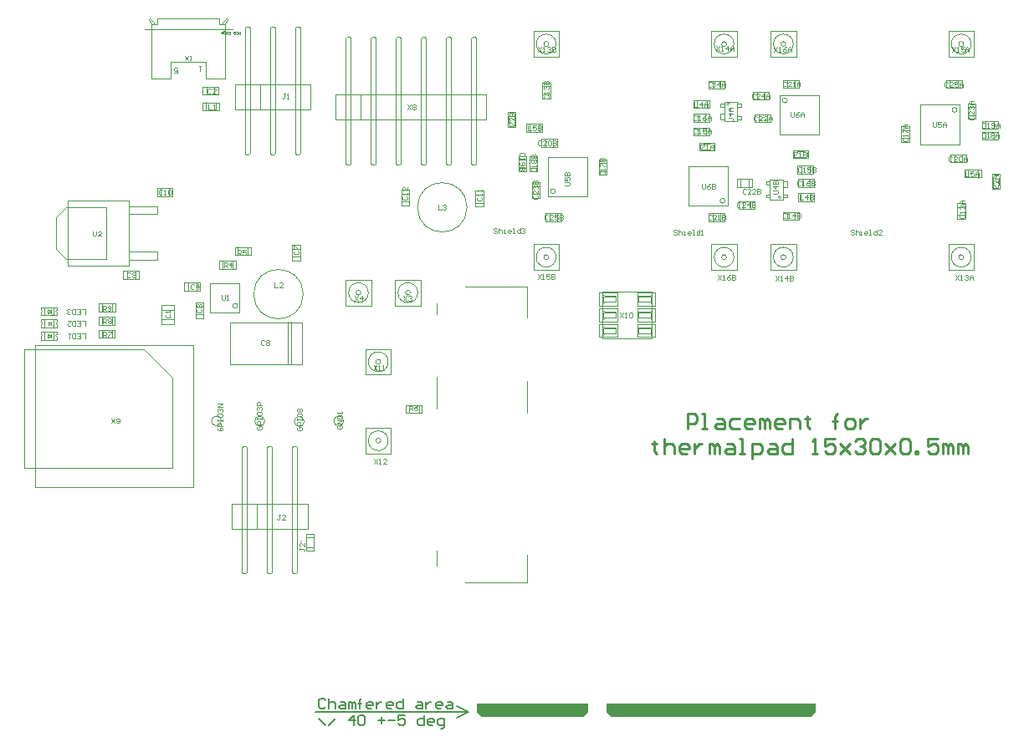
<source format=gm1>
G04*
G04 #@! TF.GenerationSoftware,Altium Limited,Altium Designer,19.1.9 (167)*
G04*
G04 Layer_Color=16711935*
%FSLAX24Y24*%
%MOIN*%
G70*
G01*
G75*
%ADD11C,0.0079*%
%ADD12C,0.0010*%
%ADD14C,0.0100*%
%ADD19C,0.0059*%
%ADD158C,0.0008*%
%ADD159C,0.0010*%
%ADD160C,0.0039*%
%ADD161C,0.0008*%
%ADD162C,0.0012*%
G36*
X33740Y11811D02*
X33937Y12008D01*
X33937Y12362D01*
X29528D01*
Y12008D01*
X29724Y11811D01*
X33740D01*
D02*
G37*
G36*
X43031Y12008D02*
X42835Y11811D01*
X34882D01*
X34685Y12008D01*
X34685Y12362D01*
X43031D01*
X43031Y12008D01*
D02*
G37*
G54D11*
X23491Y12493D02*
X23425Y12559D01*
X23294D01*
X23228Y12493D01*
Y12231D01*
X23294Y12165D01*
X23425D01*
X23491Y12231D01*
X23622Y12559D02*
Y12165D01*
Y12362D01*
X23688Y12428D01*
X23819D01*
X23884Y12362D01*
Y12165D01*
X24081Y12428D02*
X24212D01*
X24278Y12362D01*
Y12165D01*
X24081D01*
X24015Y12231D01*
X24081Y12297D01*
X24278D01*
X24409Y12165D02*
Y12428D01*
X24475D01*
X24540Y12362D01*
Y12165D01*
Y12362D01*
X24606Y12428D01*
X24671Y12362D01*
Y12165D01*
X24868D02*
Y12493D01*
Y12362D01*
X24803D01*
X24934D01*
X24868D01*
Y12493D01*
X24934Y12559D01*
X25327Y12165D02*
X25196D01*
X25131Y12231D01*
Y12362D01*
X25196Y12428D01*
X25327D01*
X25393Y12362D01*
Y12297D01*
X25131D01*
X25524Y12428D02*
Y12165D01*
Y12297D01*
X25590Y12362D01*
X25655Y12428D01*
X25721D01*
X26115Y12165D02*
X25983D01*
X25918Y12231D01*
Y12362D01*
X25983Y12428D01*
X26115D01*
X26180Y12362D01*
Y12297D01*
X25918D01*
X26574Y12559D02*
Y12165D01*
X26377D01*
X26311Y12231D01*
Y12362D01*
X26377Y12428D01*
X26574D01*
X27164D02*
X27295D01*
X27361Y12362D01*
Y12165D01*
X27164D01*
X27098Y12231D01*
X27164Y12297D01*
X27361D01*
X27492Y12428D02*
Y12165D01*
Y12297D01*
X27558Y12362D01*
X27623Y12428D01*
X27689D01*
X28082Y12165D02*
X27951D01*
X27886Y12231D01*
Y12362D01*
X27951Y12428D01*
X28082D01*
X28148Y12362D01*
Y12297D01*
X27886D01*
X28345Y12428D02*
X28476D01*
X28542Y12362D01*
Y12165D01*
X28345D01*
X28279Y12231D01*
X28345Y12297D01*
X28542D01*
X23491Y11496D02*
X23228Y11758D01*
X23622Y11496D02*
X23884Y11758D01*
X24606Y11496D02*
Y11890D01*
X24409Y11693D01*
X24671D01*
X24803Y11824D02*
X24868Y11890D01*
X24999D01*
X25065Y11824D01*
Y11562D01*
X24999Y11496D01*
X24868D01*
X24803Y11562D01*
Y11824D01*
X25590Y11693D02*
X25852D01*
X25721Y11824D02*
Y11562D01*
X25983Y11693D02*
X26246D01*
X26639Y11890D02*
X26377D01*
Y11693D01*
X26508Y11758D01*
X26574D01*
X26639Y11693D01*
Y11562D01*
X26574Y11496D01*
X26443D01*
X26377Y11562D01*
X27426Y11890D02*
Y11496D01*
X27230D01*
X27164Y11562D01*
Y11693D01*
X27230Y11758D01*
X27426D01*
X27754Y11496D02*
X27623D01*
X27558Y11562D01*
Y11693D01*
X27623Y11758D01*
X27754D01*
X27820Y11693D01*
Y11627D01*
X27558D01*
X28082Y11365D02*
X28148D01*
X28214Y11430D01*
Y11758D01*
X28017D01*
X27951Y11693D01*
Y11562D01*
X28017Y11496D01*
X28214D01*
G54D12*
X26870Y28740D02*
G03*
X26870Y28740I-98J0D01*
G01*
X27165D02*
G03*
X27165Y28740I-394J0D01*
G01*
X24902D02*
G03*
X24902Y28740I-98J0D01*
G01*
X25197D02*
G03*
X25197Y28740I-394J0D01*
G01*
X25689Y25984D02*
G03*
X25689Y25984I-98J0D01*
G01*
X25984D02*
G03*
X25984Y25984I-394J0D01*
G01*
X25689Y22835D02*
G03*
X25689Y22835I-98J0D01*
G01*
X25984D02*
G03*
X25984Y22835I-394J0D01*
G01*
X39588Y36280D02*
G03*
X39588Y36280I-60J0D01*
G01*
X41635Y32539D02*
G03*
X41635Y32539I-60J0D01*
G01*
X49213Y30157D02*
G03*
X49213Y30157I-394J0D01*
G01*
X48917D02*
G03*
X48917Y30157I-98J0D01*
G01*
X32677Y38661D02*
G03*
X32677Y38661I-394J0D01*
G01*
X32382D02*
G03*
X32382Y38661I-98J0D01*
G01*
X39764Y38661D02*
G03*
X39764Y38661I-394J0D01*
G01*
X39469D02*
G03*
X39469Y38661I-98J0D01*
G01*
X42126Y30157D02*
G03*
X42126Y30157I-394J0D01*
G01*
X41831D02*
G03*
X41831Y30157I-98J0D01*
G01*
X49213Y38661D02*
G03*
X49213Y38661I-394J0D01*
G01*
X48917D02*
G03*
X48917Y38661I-98J0D01*
G01*
X32677Y30157D02*
G03*
X32677Y30157I-394J0D01*
G01*
X32382D02*
G03*
X32382Y30157I-98J0D01*
G01*
X42126Y38661D02*
G03*
X42126Y38661I-394J0D01*
G01*
X41831D02*
G03*
X41831Y38661I-98J0D01*
G01*
X39764Y30157D02*
G03*
X39764Y30157I-394J0D01*
G01*
X39469D02*
G03*
X39469Y30157I-98J0D01*
G01*
X22712Y18583D02*
X23031D01*
X22714Y18979D02*
X23034D01*
X22714Y18460D02*
X23034D01*
X22714D02*
Y19100D01*
X23034D01*
Y18460D02*
Y19100D01*
X18597Y36011D02*
X19237D01*
Y36331D01*
X18597D02*
X19237D01*
X18597Y36011D02*
Y36331D01*
X19117Y36011D02*
Y36331D01*
X18720Y36014D02*
Y36334D01*
X20758Y19324D02*
Y20324D01*
X22770Y19324D02*
Y20324D01*
X19758Y19324D02*
Y20324D01*
X22770D01*
X19758Y19324D02*
X22770D01*
X26260Y29252D02*
X27283D01*
Y28228D02*
Y29252D01*
X26260Y28228D02*
X27283D01*
X26260D02*
Y29252D01*
X24291Y28228D02*
X25315D01*
X24291D02*
Y29252D01*
X25315D01*
Y28228D02*
Y29252D01*
X26811Y23937D02*
Y24257D01*
X27207Y23934D02*
Y24254D01*
X26688Y23934D02*
Y24254D01*
X27328D01*
Y23934D02*
Y24254D01*
X26688Y23934D02*
X27328D01*
X24888Y35640D02*
Y36640D01*
X29888Y35640D02*
Y36640D01*
X23888Y35640D02*
Y36640D01*
X29888D01*
X23888Y35640D02*
X29888D01*
X19876Y36053D02*
X22888D01*
X19876Y37053D02*
X22888D01*
X19876Y36053D02*
Y37053D01*
X22888Y36053D02*
Y37053D01*
X20876Y36053D02*
Y37053D01*
X38154Y36100D02*
X38794D01*
Y36420D01*
X38154D02*
X38794D01*
X38154Y36100D02*
Y36420D01*
X38674Y36100D02*
Y36420D01*
X38278Y36102D02*
Y36422D01*
X42308Y32719D02*
X42948D01*
X42308Y32399D02*
Y32719D01*
Y32399D02*
X42948D01*
Y32719D01*
X42429Y32399D02*
Y32719D01*
X42825Y32397D02*
Y32717D01*
X48966Y33654D02*
X49606D01*
X48966Y33334D02*
Y33654D01*
Y33334D02*
X49606D01*
Y33654D01*
X49087Y33334D02*
Y33654D01*
X49483Y33332D02*
Y33652D01*
X31496Y35165D02*
X32136D01*
Y35485D01*
X31496D02*
X32136D01*
X31496Y35165D02*
Y35485D01*
X32015Y35165D02*
Y35485D01*
X31619Y35167D02*
Y35487D01*
X25079Y25472D02*
Y26496D01*
X26102D01*
Y25472D02*
Y26496D01*
X25079Y25472D02*
X26102D01*
Y22323D02*
Y23346D01*
X25079Y22323D02*
X26102D01*
X25079D02*
Y23346D01*
X26102D01*
X19998Y30246D02*
Y30566D01*
X20395Y30244D02*
Y30564D01*
X19875Y30244D02*
Y30564D01*
X20515D01*
Y30244D02*
Y30564D01*
X19875Y30244D02*
X20515D01*
X19783Y29690D02*
Y30010D01*
X19387Y29692D02*
Y30012D01*
X19907Y29692D02*
Y30012D01*
X19267Y29692D02*
X19907D01*
X19267D02*
Y30012D01*
X19907D01*
X14454Y27256D02*
X15094D01*
X14454Y26936D02*
Y27256D01*
Y26936D02*
X15094D01*
Y27256D01*
X14574Y26936D02*
Y27256D01*
X14970Y26934D02*
Y27254D01*
X14454Y27774D02*
X15094D01*
X14454Y27454D02*
Y27774D01*
Y27454D02*
X15094D01*
Y27774D01*
X14574Y27454D02*
Y27774D01*
X14970Y27451D02*
Y27771D01*
X14465Y28300D02*
X15105D01*
X14465Y27980D02*
Y28300D01*
Y27980D02*
X15105D01*
Y28300D01*
X14586Y27980D02*
Y28300D01*
X14982Y27977D02*
Y28297D01*
X39232Y36161D02*
X39390D01*
X39232D02*
Y36280D01*
X39390D01*
X39902D02*
X40059D01*
Y36161D02*
Y36280D01*
X39902Y36161D02*
X40059D01*
X39902Y35650D02*
X40059D01*
Y35768D01*
X39902D02*
X40059D01*
X39232Y35650D02*
X39390D01*
X39232D02*
Y35886D01*
X39390D01*
X39232Y36181D02*
Y36260D01*
X39902Y35571D02*
Y36358D01*
X39390Y35571D02*
X39902D01*
X39390D02*
Y36358D01*
X39902D01*
X41713Y32657D02*
X41870D01*
Y32539D02*
Y32657D01*
X41713Y32539D02*
X41870D01*
X41043D02*
X41201D01*
X41043D02*
Y32657D01*
X41201D01*
X41043Y33169D02*
X41201D01*
X41043Y33051D02*
Y33169D01*
Y33051D02*
X41201D01*
X41713Y33169D02*
X41870D01*
Y32933D02*
Y33169D01*
X41713Y32933D02*
X41870D01*
Y32559D02*
Y32638D01*
X41201Y32461D02*
Y33248D01*
X41713D01*
Y32461D02*
Y33248D01*
X41201Y32461D02*
X41713D01*
X48307Y30669D02*
X49331D01*
X48307Y29646D02*
Y30669D01*
Y29646D02*
X49331D01*
Y30669D01*
X31772Y38150D02*
X32795D01*
Y39173D01*
X31772D02*
X32795D01*
X31772Y38150D02*
Y39173D01*
X38858Y38150D02*
X39882D01*
Y39173D01*
X38858D02*
X39882D01*
X38858Y38150D02*
Y39173D01*
X41220Y30669D02*
X42244D01*
X41220Y29646D02*
Y30669D01*
Y29646D02*
X42244D01*
Y30669D01*
X48307Y38150D02*
X49331D01*
Y39173D01*
X48307D02*
X49331D01*
X48307Y38150D02*
Y39173D01*
X31772Y30669D02*
X32795D01*
X31772Y29646D02*
Y30669D01*
Y29646D02*
X32795D01*
Y30669D01*
X41220Y38150D02*
X42244D01*
Y39173D01*
X41220D02*
X42244D01*
X41220Y38150D02*
Y39173D01*
X38858Y30669D02*
X39882D01*
X38858Y29646D02*
Y30669D01*
Y29646D02*
X39882D01*
Y30669D01*
X50049Y32874D02*
X50344D01*
Y33484D01*
X50049D02*
X50344D01*
X50049Y32874D02*
Y33484D01*
X30758Y35945D02*
X31053D01*
X30758Y35335D02*
Y35945D01*
Y35335D02*
X31053D01*
Y35945D01*
X38991Y34412D02*
Y34707D01*
X38381D02*
X38991D01*
X38381Y34412D02*
Y34707D01*
Y34412D02*
X38991D01*
X42111Y34112D02*
Y34407D01*
Y34112D02*
X42721D01*
Y34407D01*
X42111D02*
X42721D01*
G54D14*
X36576Y22823D02*
Y22723D01*
X36476D01*
X36676D01*
X36576D01*
Y22423D01*
X36676Y22323D01*
X36976Y22923D02*
Y22323D01*
Y22623D01*
X37076Y22723D01*
X37276D01*
X37376Y22623D01*
Y22323D01*
X37876D02*
X37676D01*
X37576Y22423D01*
Y22623D01*
X37676Y22723D01*
X37876D01*
X37976Y22623D01*
Y22523D01*
X37576D01*
X38176Y22723D02*
Y22323D01*
Y22523D01*
X38276Y22623D01*
X38376Y22723D01*
X38476D01*
X38776Y22323D02*
Y22723D01*
X38876D01*
X38976Y22623D01*
Y22323D01*
Y22623D01*
X39076Y22723D01*
X39176Y22623D01*
Y22323D01*
X39475Y22723D02*
X39675D01*
X39775Y22623D01*
Y22323D01*
X39475D01*
X39375Y22423D01*
X39475Y22523D01*
X39775D01*
X39975Y22323D02*
X40175D01*
X40075D01*
Y22923D01*
X39975D01*
X40475Y22123D02*
Y22723D01*
X40775D01*
X40875Y22623D01*
Y22423D01*
X40775Y22323D01*
X40475D01*
X41175Y22723D02*
X41375D01*
X41475Y22623D01*
Y22323D01*
X41175D01*
X41075Y22423D01*
X41175Y22523D01*
X41475D01*
X42075Y22923D02*
Y22323D01*
X41775D01*
X41675Y22423D01*
Y22623D01*
X41775Y22723D01*
X42075D01*
X42874Y22323D02*
X43074D01*
X42974D01*
Y22923D01*
X42874Y22823D01*
X43774Y22923D02*
X43374D01*
Y22623D01*
X43574Y22723D01*
X43674D01*
X43774Y22623D01*
Y22423D01*
X43674Y22323D01*
X43474D01*
X43374Y22423D01*
X43974Y22723D02*
X44374Y22323D01*
X44174Y22523D01*
X44374Y22723D01*
X43974Y22323D01*
X44574Y22823D02*
X44674Y22923D01*
X44874D01*
X44974Y22823D01*
Y22723D01*
X44874Y22623D01*
X44774D01*
X44874D01*
X44974Y22523D01*
Y22423D01*
X44874Y22323D01*
X44674D01*
X44574Y22423D01*
X45174Y22823D02*
X45274Y22923D01*
X45473D01*
X45573Y22823D01*
Y22423D01*
X45473Y22323D01*
X45274D01*
X45174Y22423D01*
Y22823D01*
X45773Y22723D02*
X46173Y22323D01*
X45973Y22523D01*
X46173Y22723D01*
X45773Y22323D01*
X46373Y22823D02*
X46473Y22923D01*
X46673D01*
X46773Y22823D01*
Y22423D01*
X46673Y22323D01*
X46473D01*
X46373Y22423D01*
Y22823D01*
X46973Y22323D02*
Y22423D01*
X47073D01*
Y22323D01*
X46973D01*
X47873Y22923D02*
X47473D01*
Y22623D01*
X47673Y22723D01*
X47773D01*
X47873Y22623D01*
Y22423D01*
X47773Y22323D01*
X47573D01*
X47473Y22423D01*
X48073Y22323D02*
Y22723D01*
X48173D01*
X48273Y22623D01*
Y22323D01*
Y22623D01*
X48373Y22723D01*
X48472Y22623D01*
Y22323D01*
X48672D02*
Y22723D01*
X48772D01*
X48872Y22623D01*
Y22323D01*
Y22623D01*
X48972Y22723D01*
X49072Y22623D01*
Y22323D01*
X37904Y23312D02*
Y23912D01*
X38203D01*
X38303Y23812D01*
Y23612D01*
X38203Y23512D01*
X37904D01*
X38503Y23312D02*
X38703D01*
X38603D01*
Y23912D01*
X38503D01*
X39103Y23712D02*
X39303D01*
X39403Y23612D01*
Y23312D01*
X39103D01*
X39003Y23412D01*
X39103Y23512D01*
X39403D01*
X40003Y23712D02*
X39703D01*
X39603Y23612D01*
Y23412D01*
X39703Y23312D01*
X40003D01*
X40503D02*
X40303D01*
X40203Y23412D01*
Y23612D01*
X40303Y23712D01*
X40503D01*
X40603Y23612D01*
Y23512D01*
X40203D01*
X40803Y23312D02*
Y23712D01*
X40903D01*
X41003Y23612D01*
Y23312D01*
Y23612D01*
X41103Y23712D01*
X41202Y23612D01*
Y23312D01*
X41702D02*
X41502D01*
X41402Y23412D01*
Y23612D01*
X41502Y23712D01*
X41702D01*
X41802Y23612D01*
Y23512D01*
X41402D01*
X42002Y23312D02*
Y23712D01*
X42302D01*
X42402Y23612D01*
Y23312D01*
X42702Y23812D02*
Y23712D01*
X42602D01*
X42802D01*
X42702D01*
Y23412D01*
X42802Y23312D01*
X43802D02*
Y23812D01*
Y23612D01*
X43702D01*
X43902D01*
X43802D01*
Y23812D01*
X43902Y23912D01*
X44301Y23312D02*
X44501D01*
X44601Y23412D01*
Y23612D01*
X44501Y23712D01*
X44301D01*
X44202Y23612D01*
Y23412D01*
X44301Y23312D01*
X44801Y23712D02*
Y23312D01*
Y23512D01*
X44901Y23612D01*
X45001Y23712D01*
X45101D01*
G54D19*
X28711Y12254D02*
X29203Y12008D01*
X28730Y11782D02*
X29203Y12008D01*
X23071D02*
X29203D01*
G54D158*
X12628Y27392D02*
G03*
X12628Y27392I-10J0D01*
G01*
X12165Y27470D02*
G03*
X12165Y27569I0J49D01*
G01*
X12795D02*
G03*
X12795Y27470I0J-49D01*
G01*
X19990Y28219D02*
G03*
X19990Y28219I-98J0D01*
G01*
X21063Y23612D02*
G03*
X21063Y23612I-197J0D01*
G01*
X22638Y23602D02*
G03*
X22638Y23602I-197J0D01*
G01*
X19341Y23622D02*
G03*
X19341Y23622I-197J0D01*
G01*
X12780Y28041D02*
G03*
X12780Y27943I0J-49D01*
G01*
X12151D02*
G03*
X12151Y28041I0J49D01*
G01*
X12613Y27864D02*
G03*
X12613Y27864I-10J0D01*
G01*
X12618Y26890D02*
G03*
X12618Y26890I-10J0D01*
G01*
X12156Y26969D02*
G03*
X12156Y27067I0J49D01*
G01*
X12785D02*
G03*
X12785Y26969I0J-49D01*
G01*
X24213Y23622D02*
G03*
X24213Y23622I-197J0D01*
G01*
X12559Y27441D02*
Y27598D01*
X12441D02*
X12559Y27520D01*
X12441Y27441D02*
X12559Y27520D01*
X12441Y27441D02*
Y27598D01*
X12165Y27569D02*
Y27677D01*
Y27362D02*
Y27470D01*
X12795Y27569D02*
Y27677D01*
Y27362D02*
Y27470D01*
X20069Y27943D02*
Y29124D01*
X18888Y27943D02*
Y29124D01*
Y27943D02*
X20069D01*
X18888Y29124D02*
X20069D01*
X41585Y35039D02*
X43159D01*
Y36614D01*
X41585D02*
X43159D01*
X41585Y35039D02*
Y36614D01*
X39518Y32205D02*
Y33780D01*
X37943Y32205D02*
X39518D01*
X37943D02*
Y33780D01*
X39518D01*
X20210Y17533D02*
X20310D01*
X20160Y17582D02*
Y22582D01*
X20360Y17582D02*
Y22582D01*
X20160Y17582D02*
X20161D01*
X20359D02*
X20360D01*
X20161D02*
X20210Y17533D01*
X20310D02*
X20359Y17582D01*
X20161Y22582D02*
X20210Y22631D01*
X20310D02*
X20359Y22582D01*
X20160D02*
X20161D01*
X20359D02*
X20360D01*
X20210Y22631D02*
X20310D01*
X21210D02*
X21310D01*
X21359Y22582D02*
X21360D01*
X21160D02*
X21161D01*
X21310Y22631D02*
X21359Y22582D01*
X21161D02*
X21210Y22631D01*
X21310Y17533D02*
X21359Y17582D01*
X21161D02*
X21210Y17533D01*
X21359Y17582D02*
X21360D01*
X21160D02*
X21161D01*
X21360D02*
Y22582D01*
X21160Y17582D02*
Y22582D01*
X21210Y17533D02*
X21310D01*
X22210Y22631D02*
X22310D01*
X22359Y22582D02*
X22360D01*
X22160D02*
X22161D01*
X22310Y22631D02*
X22359Y22582D01*
X22161D02*
X22210Y22631D01*
X22310Y17533D02*
X22359Y17582D01*
X22161D02*
X22210Y17533D01*
X22359Y17582D02*
X22360D01*
X22160D02*
X22161D01*
X22360D02*
Y22582D01*
X22160Y17582D02*
Y22582D01*
X22210Y17533D02*
X22310D01*
X13228Y29823D02*
X15669D01*
X13228D02*
Y32421D01*
X15669D01*
Y29823D02*
Y32421D01*
X14764Y30098D02*
Y32146D01*
X13150D02*
X14764D01*
X12756Y31752D02*
X13150Y32146D01*
X12756Y30492D02*
Y31752D01*
Y30492D02*
X13150Y30098D01*
X14764D01*
X15669Y32185D02*
X16772D01*
Y31870D02*
Y32185D01*
X15669Y31870D02*
X16772D01*
X15669Y30374D02*
X16772D01*
Y30059D02*
Y30374D01*
X15669Y30059D02*
X16772D01*
X18730Y37293D02*
X19478D01*
X18730D02*
Y37943D01*
X18022D02*
X18730D01*
X19478Y37293D02*
Y39459D01*
X19242D02*
X19478D01*
X19242D02*
Y39695D01*
X18022D02*
X19242D01*
X19380Y39459D02*
Y39518D01*
X19557Y39695D01*
X19596Y39656D01*
Y39616D02*
Y39656D01*
X19478Y39498D02*
X19596Y39616D01*
X19478Y39459D02*
Y39498D01*
X16565Y39459D02*
Y39498D01*
X16447Y39616D02*
X16565Y39498D01*
X16447Y39616D02*
Y39656D01*
X16486Y39695D01*
X16663Y39518D01*
Y39459D02*
Y39518D01*
X16801Y39695D02*
X18022D01*
X16801Y39459D02*
Y39695D01*
X16565Y39459D02*
X16801D01*
X16565Y37293D02*
Y39459D01*
X17313Y37943D02*
X18022D01*
X17313Y37293D02*
Y37943D01*
X16565Y37293D02*
X17313D01*
X16270Y39242D02*
X19774D01*
X47185Y36240D02*
X48760D01*
Y34665D02*
Y36240D01*
X47185Y34665D02*
X48760D01*
X47185D02*
Y36240D01*
X32343Y32579D02*
X33917D01*
X32343D02*
Y34154D01*
X33917D01*
Y32579D02*
Y34154D01*
X12780Y27835D02*
Y27943D01*
Y28041D02*
Y28150D01*
X12151Y27835D02*
Y27943D01*
Y28041D02*
Y28150D01*
X12426Y27913D02*
Y28071D01*
Y27913D02*
X12544Y27992D01*
X12426Y28071D02*
X12544Y27992D01*
Y27913D02*
Y28071D01*
X12549Y26939D02*
Y27096D01*
X12431D02*
X12549Y27018D01*
X12431Y26939D02*
X12549Y27018D01*
X12431Y26939D02*
Y27096D01*
X12156Y27067D02*
Y27175D01*
Y26860D02*
Y26969D01*
X12785Y27067D02*
Y27175D01*
Y26860D02*
Y26969D01*
X24340Y33848D02*
X24440D01*
X24290Y33898D02*
Y38898D01*
X24490Y33898D02*
Y38898D01*
X24290Y33898D02*
X24291D01*
X24489D02*
X24490D01*
X24291D02*
X24340Y33848D01*
X24440D02*
X24489Y33898D01*
X24291Y38898D02*
X24340Y38947D01*
X24440D02*
X24489Y38898D01*
X24290D02*
X24291D01*
X24489D02*
X24490D01*
X24340Y38947D02*
X24440D01*
X25340D02*
X25440D01*
X25489Y38898D02*
X25490D01*
X25290D02*
X25291D01*
X25440Y38947D02*
X25489Y38898D01*
X25291D02*
X25340Y38947D01*
X25440Y33848D02*
X25489Y33898D01*
X25291D02*
X25340Y33848D01*
X25489Y33898D02*
X25490D01*
X25290D02*
X25291D01*
X25490D02*
Y38898D01*
X25290Y33898D02*
Y38898D01*
X25340Y33848D02*
X25440D01*
X26340Y38947D02*
X26440D01*
X26489Y38898D02*
X26490D01*
X26290D02*
X26291D01*
X26440Y38947D02*
X26489Y38898D01*
X26291D02*
X26340Y38947D01*
X26440Y33848D02*
X26489Y33898D01*
X26291D02*
X26340Y33848D01*
X26489Y33898D02*
X26490D01*
X26290D02*
X26291D01*
X26490D02*
Y38898D01*
X26290Y33898D02*
Y38898D01*
X26340Y33848D02*
X26440D01*
X27340Y38947D02*
X27440D01*
X27489Y38898D02*
X27490D01*
X27290D02*
X27291D01*
X27440Y38947D02*
X27489Y38898D01*
X27291D02*
X27340Y38947D01*
X27440Y33848D02*
X27489Y33898D01*
X27291D02*
X27340Y33848D01*
X27489Y33898D02*
X27490D01*
X27290D02*
X27291D01*
X27490D02*
Y38898D01*
X27290Y33898D02*
Y38898D01*
X27340Y33848D02*
X27440D01*
X28340Y38947D02*
X28440D01*
X28489Y38898D02*
X28490D01*
X28290D02*
X28291D01*
X28440Y38947D02*
X28489Y38898D01*
X28291D02*
X28340Y38947D01*
X28440Y33848D02*
X28489Y33898D01*
X28291D02*
X28340Y33848D01*
X28489Y33898D02*
X28490D01*
X28290D02*
X28291D01*
X28490D02*
Y38898D01*
X28290Y33898D02*
Y38898D01*
X28340Y33848D02*
X28440D01*
X29340Y38947D02*
X29440D01*
X29489Y38898D02*
X29490D01*
X29290D02*
X29291D01*
X29440Y38947D02*
X29489Y38898D01*
X29291D02*
X29340Y38947D01*
X29440Y33848D02*
X29489Y33898D01*
X29291D02*
X29340Y33848D01*
X29489Y33898D02*
X29490D01*
X29290D02*
X29291D01*
X29490D02*
Y38898D01*
X29290Y33898D02*
Y38898D01*
X29340Y33848D02*
X29440D01*
X22328Y34262D02*
X22428D01*
X22278Y34311D02*
Y39311D01*
X22478Y34311D02*
Y39311D01*
X22278Y34311D02*
X22279D01*
X22477D02*
X22478D01*
X22279D02*
X22328Y34262D01*
X22428D02*
X22477Y34311D01*
X22279Y39311D02*
X22328Y39360D01*
X22428D02*
X22477Y39311D01*
X22278D02*
X22279D01*
X22477D02*
X22478D01*
X22328Y39360D02*
X22428D01*
X21328Y34262D02*
X21428D01*
X21278Y34311D02*
Y39311D01*
X21478Y34311D02*
Y39311D01*
X21278Y34311D02*
X21279D01*
X21477D02*
X21478D01*
X21279D02*
X21328Y34262D01*
X21428D02*
X21477Y34311D01*
X21279Y39311D02*
X21328Y39360D01*
X21428D02*
X21477Y39311D01*
X21278D02*
X21279D01*
X21477D02*
X21478D01*
X21328Y39360D02*
X21428D01*
X20328D02*
X20428D01*
X20477Y39311D02*
X20478D01*
X20278D02*
X20279D01*
X20428Y39360D02*
X20477Y39311D01*
X20279D02*
X20328Y39360D01*
X20428Y34262D02*
X20477Y34311D01*
X20279D02*
X20328Y34262D01*
X20477Y34311D02*
X20478D01*
X20278D02*
X20279D01*
X20478D02*
Y39311D01*
X20278Y34311D02*
Y39311D01*
X20328Y34262D02*
X20428D01*
X11496Y26484D02*
X16260D01*
X17402Y25343D01*
Y21760D02*
Y25343D01*
X11496Y21760D02*
X17402D01*
X11496D02*
Y26484D01*
X11929Y26642D02*
X18228D01*
X11929Y20972D02*
Y26642D01*
Y20972D02*
X18228D01*
Y26642D01*
X21988Y25886D02*
Y27579D01*
X22106Y25886D02*
Y27579D01*
X19685Y25866D02*
X22559D01*
Y27559D01*
X19695D02*
X22559D01*
X19695Y25866D02*
Y27559D01*
X50118Y32913D02*
X50276D01*
X50079Y33051D02*
Y33307D01*
X50315Y33051D02*
Y33307D01*
X50276Y32874D02*
Y32913D01*
X50118Y32874D02*
Y32913D01*
X50049Y33022D02*
X50079Y33051D01*
X50049Y33337D02*
X50079Y33307D01*
X50315D02*
X50344Y33337D01*
X50315Y33051D02*
X50344Y33022D01*
X50118Y33445D02*
X50276D01*
Y33484D01*
X50118Y33445D02*
Y33484D01*
X30827Y35906D02*
X30984D01*
X31024Y35512D02*
Y35768D01*
X30787Y35512D02*
Y35768D01*
X30827Y35906D02*
Y35945D01*
X30984Y35906D02*
Y35945D01*
X31024Y35768D02*
X31053Y35797D01*
X31024Y35512D02*
X31053Y35482D01*
X30758D02*
X30787Y35512D01*
X30758Y35797D02*
X30787Y35768D01*
X30827Y35374D02*
X30984D01*
X30827Y35335D02*
Y35374D01*
X30984Y35335D02*
Y35374D01*
X38952Y34481D02*
Y34638D01*
X38558Y34441D02*
X38814D01*
X38558Y34678D02*
X38814D01*
X38952Y34638D02*
X38991D01*
X38952Y34481D02*
X38991D01*
X38814Y34441D02*
X38844Y34412D01*
X38529D02*
X38558Y34441D01*
X38529Y34707D02*
X38558Y34678D01*
X38814D02*
X38844Y34707D01*
X38420Y34481D02*
Y34638D01*
X38381D02*
X38420D01*
X38381Y34481D02*
X38420D01*
X42150Y34181D02*
Y34338D01*
X42288Y34377D02*
X42544D01*
X42288Y34141D02*
X42544D01*
X42111Y34181D02*
X42150D01*
X42111Y34338D02*
X42150D01*
X42259Y34407D02*
X42288Y34377D01*
X42544D02*
X42574Y34407D01*
X42544Y34141D02*
X42574Y34112D01*
X42259D02*
X42288Y34141D01*
X42682Y34181D02*
Y34338D01*
Y34181D02*
X42721D01*
X42682Y34338D02*
X42721D01*
X17457Y37530D02*
X17589D01*
Y37628D01*
X17523Y37595D01*
X17490D01*
X17457Y37628D01*
Y37694D01*
X17490Y37726D01*
X17556D01*
X17589Y37694D01*
X18533Y37766D02*
X18468D01*
X18501D01*
Y37569D01*
X18533Y37602D01*
G54D159*
X29124Y32146D02*
G03*
X29124Y32146I-984J0D01*
G01*
X22598Y28681D02*
G03*
X22598Y28681I-984J0D01*
G01*
G54D160*
X41890Y36407D02*
G03*
X41890Y36407I-98J0D01*
G01*
X39409Y32411D02*
G03*
X39409Y32411I-98J0D01*
G01*
X48652Y36033D02*
G03*
X48652Y36033I-98J0D01*
G01*
X32648Y32785D02*
G03*
X32648Y32785I-98J0D01*
G01*
X29055Y28996D02*
X31535D01*
Y27736D02*
Y28996D01*
Y23957D02*
Y25217D01*
Y17185D02*
Y18287D01*
X29055Y17185D02*
X31535D01*
X27913Y17854D02*
Y18445D01*
Y24114D02*
Y25374D01*
Y27894D02*
Y28327D01*
X31394Y34186D02*
X31427Y34219D01*
Y34284D01*
X31394Y34317D01*
X31263D01*
X31230Y34284D01*
Y34219D01*
X31263Y34186D01*
X31230Y34120D02*
Y34055D01*
Y34087D01*
X31427D01*
X31394Y34120D01*
X31263Y33956D02*
X31230Y33923D01*
Y33858D01*
X31263Y33825D01*
X31394D01*
X31427Y33858D01*
Y33923D01*
X31394Y33956D01*
X31362D01*
X31329Y33923D01*
Y33825D01*
X31427Y33759D02*
X31230D01*
Y33661D01*
X31263Y33628D01*
X31296D01*
X31329Y33661D01*
Y33759D01*
Y33661D01*
X31362Y33628D01*
X31394D01*
X31427Y33661D01*
Y33759D01*
X13927Y27417D02*
Y27613D01*
X13796D01*
X13599Y27417D02*
X13730D01*
Y27613D01*
X13599D01*
X13730Y27515D02*
X13665D01*
X13534Y27417D02*
Y27613D01*
X13435D01*
X13402Y27581D01*
Y27449D01*
X13435Y27417D01*
X13534D01*
X13206Y27613D02*
X13337D01*
X13206Y27482D01*
Y27449D01*
X13238Y27417D01*
X13304D01*
X13337Y27449D01*
X18389Y28094D02*
X18356Y28061D01*
Y27995D01*
X18389Y27963D01*
X18520D01*
X18553Y27995D01*
Y28061D01*
X18520Y28094D01*
X18389Y28159D02*
X18356Y28192D01*
Y28258D01*
X18389Y28291D01*
X18422D01*
X18454Y28258D01*
Y28225D01*
Y28258D01*
X18487Y28291D01*
X18520D01*
X18553Y28258D01*
Y28192D01*
X18520Y28159D01*
X19364Y28652D02*
Y28488D01*
X19397Y28455D01*
X19462D01*
X19495Y28488D01*
Y28652D01*
X19561Y28455D02*
X19626D01*
X19594D01*
Y28652D01*
X19561Y28619D01*
X17139Y27887D02*
X17106Y27854D01*
Y27789D01*
X17139Y27756D01*
X17270D01*
X17303Y27789D01*
Y27854D01*
X17270Y27887D01*
X17303Y27953D02*
Y28018D01*
Y27985D01*
X17106D01*
X17139Y27953D01*
X27972Y32234D02*
Y32037D01*
X28104D01*
X28169Y32201D02*
X28202Y32234D01*
X28268D01*
X28300Y32201D01*
Y32169D01*
X28268Y32136D01*
X28235D01*
X28268D01*
X28300Y32103D01*
Y32070D01*
X28268Y32037D01*
X28202D01*
X28169Y32070D01*
X21457Y29134D02*
Y28937D01*
X21588D01*
X21785D02*
X21653D01*
X21785Y29068D01*
Y29101D01*
X21752Y29134D01*
X21686D01*
X21653Y29101D01*
X22441Y18556D02*
Y18491D01*
Y18524D01*
X22605D01*
X22638Y18491D01*
Y18458D01*
X22605Y18425D01*
X22638Y18753D02*
Y18622D01*
X22507Y18753D01*
X22474D01*
X22441Y18720D01*
Y18655D01*
X22474Y18622D01*
Y18819D02*
X22539Y18884D01*
X18819Y36256D02*
Y36059D01*
X18950D01*
X19016D02*
X19081D01*
X19048D01*
Y36256D01*
X19016Y36223D01*
X42018Y35945D02*
Y35781D01*
X42051Y35748D01*
X42116D01*
X42149Y35781D01*
Y35945D01*
X42346D02*
X42280Y35912D01*
X42214Y35846D01*
Y35781D01*
X42247Y35748D01*
X42313D01*
X42346Y35781D01*
Y35814D01*
X42313Y35846D01*
X42214D01*
X42411Y35748D02*
Y35879D01*
X42477Y35945D01*
X42542Y35879D01*
Y35748D01*
Y35846D01*
X42411D01*
X38484Y33090D02*
Y32926D01*
X38517Y32894D01*
X38583D01*
X38615Y32926D01*
Y33090D01*
X38812D02*
X38747Y33058D01*
X38681Y32992D01*
Y32926D01*
X38714Y32894D01*
X38779D01*
X38812Y32926D01*
Y32959D01*
X38779Y32992D01*
X38681D01*
X38878Y33090D02*
Y32894D01*
X38976D01*
X39009Y32926D01*
Y32959D01*
X38976Y32992D01*
X38878D01*
X38976D01*
X39009Y33025D01*
Y33058D01*
X38976Y33090D01*
X38878D01*
X21676Y19872D02*
X21611D01*
X21644D01*
Y19708D01*
X21611Y19675D01*
X21578D01*
X21545Y19708D01*
X21873Y19675D02*
X21742D01*
X21873Y19806D01*
Y19839D01*
X21840Y19872D01*
X21775D01*
X21742Y19839D01*
X14222Y31197D02*
Y31033D01*
X14255Y31000D01*
X14321D01*
X14354Y31033D01*
Y31197D01*
X14550Y31000D02*
X14419D01*
X14550Y31131D01*
Y31164D01*
X14518Y31197D01*
X14452D01*
X14419Y31164D01*
X16991Y32821D02*
X16959Y32854D01*
X16893D01*
X16860Y32821D01*
Y32690D01*
X16893Y32657D01*
X16959D01*
X16991Y32690D01*
X17057Y32657D02*
X17123D01*
X17090D01*
Y32854D01*
X17057Y32821D01*
X17221D02*
X17254Y32854D01*
X17319D01*
X17352Y32821D01*
Y32690D01*
X17319Y32657D01*
X17254D01*
X17221Y32690D01*
Y32821D01*
X15712Y29505D02*
X15679Y29537D01*
X15614D01*
X15581Y29505D01*
Y29373D01*
X15614Y29341D01*
X15679D01*
X15712Y29373D01*
X15777D02*
X15810Y29341D01*
X15876D01*
X15909Y29373D01*
Y29505D01*
X15876Y29537D01*
X15810D01*
X15777Y29505D01*
Y29472D01*
X15810Y29439D01*
X15909D01*
X26585Y28602D02*
X26716Y28406D01*
Y28602D02*
X26585Y28406D01*
X26781Y28570D02*
X26814Y28602D01*
X26880D01*
X26913Y28570D01*
Y28537D01*
X26880Y28504D01*
X26847D01*
X26880D01*
X26913Y28471D01*
Y28438D01*
X26880Y28406D01*
X26814D01*
X26781Y28438D01*
X24646Y28602D02*
X24777Y28406D01*
Y28602D02*
X24646Y28406D01*
X24941D02*
Y28602D01*
X24842Y28504D01*
X24974D01*
X20089Y39163D02*
Y39065D01*
X20039D01*
X20023Y39081D01*
Y39114D01*
X20039Y39131D01*
X20089D01*
X19925Y39081D02*
X19941Y39065D01*
X19974D01*
X19990Y39081D01*
Y39147D01*
X19974Y39163D01*
X19941D01*
X19925Y39147D01*
X19892Y39065D02*
Y39163D01*
X19843D01*
X19826Y39147D01*
Y39131D01*
X19843Y39114D01*
X19892D01*
X19843D01*
X19826Y39098D01*
Y39081D01*
X19843Y39065D01*
X19892D01*
X19629D02*
X19695D01*
Y39163D01*
X19629D01*
X19695Y39114D02*
X19662D01*
X19531Y39065D02*
Y39163D01*
X19580D01*
X19597Y39147D01*
Y39114D01*
X19580Y39098D01*
X19531D01*
X19465Y39196D02*
X19449D01*
X19433Y39180D01*
Y39098D01*
X19482D01*
X19498Y39114D01*
Y39147D01*
X19482Y39163D01*
X19433D01*
X19351D02*
X19383D01*
X19400Y39147D01*
Y39114D01*
X19383Y39098D01*
X19351D01*
X19334Y39114D01*
Y39131D01*
X19400D01*
X17874Y38199D02*
X18005Y38002D01*
Y38199D02*
X17874Y38002D01*
X18071D02*
X18136D01*
X18104D01*
Y38199D01*
X18071Y38166D01*
X26599Y32572D02*
X26566Y32539D01*
Y32474D01*
X26599Y32441D01*
X26730D01*
X26763Y32474D01*
Y32539D01*
X26730Y32572D01*
X26763Y32638D02*
Y32703D01*
Y32671D01*
X26566D01*
X26599Y32638D01*
X26763Y32933D02*
Y32802D01*
X26631Y32933D01*
X26599D01*
X26566Y32900D01*
Y32835D01*
X26599Y32802D01*
X20795Y23419D02*
X20763Y23386D01*
Y23320D01*
X20795Y23287D01*
X20927D01*
X20959Y23320D01*
Y23386D01*
X20927Y23419D01*
X20861D01*
Y23353D01*
X20959Y23484D02*
X20763D01*
Y23583D01*
X20795Y23615D01*
X20861D01*
X20894Y23583D01*
Y23484D01*
X20763Y23681D02*
Y23747D01*
Y23714D01*
X20959D01*
Y23681D01*
Y23747D01*
X20763Y23943D02*
Y23878D01*
X20795Y23845D01*
X20927D01*
X20959Y23878D01*
Y23943D01*
X20927Y23976D01*
X20795D01*
X20763Y23943D01*
X20795Y24042D02*
X20763Y24075D01*
Y24140D01*
X20795Y24173D01*
X20828D01*
X20861Y24140D01*
Y24107D01*
Y24140D01*
X20894Y24173D01*
X20927D01*
X20959Y24140D01*
Y24075D01*
X20927Y24042D01*
X20959Y24239D02*
X20763D01*
Y24337D01*
X20795Y24370D01*
X20861D01*
X20894Y24337D01*
Y24239D01*
X22375Y23374D02*
X22343Y23342D01*
Y23276D01*
X22375Y23243D01*
X22507D01*
X22539Y23276D01*
Y23342D01*
X22507Y23374D01*
X22441D01*
Y23309D01*
X22539Y23440D02*
X22343D01*
Y23538D01*
X22375Y23571D01*
X22441D01*
X22474Y23538D01*
Y23440D01*
X22343Y23637D02*
Y23702D01*
Y23670D01*
X22539D01*
Y23637D01*
Y23702D01*
X22343Y23899D02*
Y23834D01*
X22375Y23801D01*
X22507D01*
X22539Y23834D01*
Y23899D01*
X22507Y23932D01*
X22375D01*
X22343Y23899D01*
X22375Y23998D02*
X22343Y24030D01*
Y24096D01*
X22375Y24129D01*
X22408D01*
X22441Y24096D01*
X22474Y24129D01*
X22507D01*
X22539Y24096D01*
Y24030D01*
X22507Y23998D01*
X22474D01*
X22441Y24030D01*
X22408Y23998D01*
X22375D01*
X22441Y24030D02*
Y24096D01*
X19216Y23365D02*
X19183Y23332D01*
Y23266D01*
X19216Y23234D01*
X19347D01*
X19380Y23266D01*
Y23332D01*
X19347Y23365D01*
X19282D01*
Y23299D01*
X19380Y23430D02*
X19183D01*
Y23529D01*
X19216Y23562D01*
X19282D01*
X19314Y23529D01*
Y23430D01*
X19183Y23627D02*
Y23693D01*
Y23660D01*
X19380D01*
Y23627D01*
Y23693D01*
X19183Y23890D02*
Y23824D01*
X19216Y23791D01*
X19347D01*
X19380Y23824D01*
Y23890D01*
X19347Y23922D01*
X19216D01*
X19183Y23890D01*
X19216Y23988D02*
X19183Y24021D01*
Y24086D01*
X19216Y24119D01*
X19249D01*
X19282Y24086D01*
Y24054D01*
Y24086D01*
X19314Y24119D01*
X19347D01*
X19380Y24086D01*
Y24021D01*
X19347Y23988D01*
X19380Y24185D02*
X19183D01*
X19380Y24316D01*
X19183D01*
X26831Y24035D02*
Y24232D01*
X26929D01*
X26962Y24199D01*
Y24134D01*
X26929Y24101D01*
X26831D01*
X26896D02*
X26962Y24035D01*
X27159Y24232D02*
X27093Y24199D01*
X27027Y24134D01*
Y24068D01*
X27060Y24035D01*
X27126D01*
X27159Y24068D01*
Y24101D01*
X27126Y24134D01*
X27027D01*
X47697Y35551D02*
Y35387D01*
X47730Y35354D01*
X47795D01*
X47828Y35387D01*
Y35551D01*
X48025D02*
X47894D01*
Y35453D01*
X47959Y35486D01*
X47992D01*
X48025Y35453D01*
Y35387D01*
X47992Y35354D01*
X47926D01*
X47894Y35387D01*
X48090Y35354D02*
Y35486D01*
X48156Y35551D01*
X48222Y35486D01*
Y35354D01*
Y35453D01*
X48090D01*
X33012Y33012D02*
X33176D01*
X33209Y33045D01*
Y33110D01*
X33176Y33143D01*
X33012D01*
Y33340D02*
Y33209D01*
X33110D01*
X33077Y33274D01*
Y33307D01*
X33110Y33340D01*
X33176D01*
X33209Y33307D01*
Y33241D01*
X33176Y33209D01*
X33012Y33405D02*
X33209D01*
Y33504D01*
X33176Y33537D01*
X33143D01*
X33110Y33504D01*
Y33405D01*
Y33504D01*
X33077Y33537D01*
X33045D01*
X33012Y33504D01*
Y33405D01*
X30318Y31276D02*
X30285Y31309D01*
X30220D01*
X30187Y31276D01*
Y31243D01*
X30220Y31211D01*
X30285D01*
X30318Y31178D01*
Y31145D01*
X30285Y31112D01*
X30220D01*
X30187Y31145D01*
X30384Y31309D02*
Y31112D01*
Y31211D01*
X30417Y31243D01*
X30482D01*
X30515Y31211D01*
Y31112D01*
X30581D02*
X30646D01*
X30613D01*
Y31243D01*
X30581D01*
X30843Y31112D02*
X30777D01*
X30745Y31145D01*
Y31211D01*
X30777Y31243D01*
X30843D01*
X30876Y31211D01*
Y31178D01*
X30745D01*
X30941Y31112D02*
X31007D01*
X30974D01*
Y31309D01*
X30941D01*
X31237D02*
Y31112D01*
X31138D01*
X31105Y31145D01*
Y31211D01*
X31138Y31243D01*
X31237D01*
X31302Y31276D02*
X31335Y31309D01*
X31401D01*
X31433Y31276D01*
Y31243D01*
X31401Y31211D01*
X31368D01*
X31401D01*
X31433Y31178D01*
Y31145D01*
X31401Y31112D01*
X31335D01*
X31302Y31145D01*
X44541Y31217D02*
X44508Y31250D01*
X44442D01*
X44409Y31217D01*
Y31184D01*
X44442Y31152D01*
X44508D01*
X44541Y31119D01*
Y31086D01*
X44508Y31053D01*
X44442D01*
X44409Y31086D01*
X44606Y31250D02*
Y31053D01*
Y31152D01*
X44639Y31184D01*
X44705D01*
X44737Y31152D01*
Y31053D01*
X44803D02*
X44869D01*
X44836D01*
Y31184D01*
X44803D01*
X45065Y31053D02*
X45000D01*
X44967Y31086D01*
Y31152D01*
X45000Y31184D01*
X45065D01*
X45098Y31152D01*
Y31119D01*
X44967D01*
X45164Y31053D02*
X45229D01*
X45197D01*
Y31250D01*
X45164D01*
X45459D02*
Y31053D01*
X45361D01*
X45328Y31086D01*
Y31152D01*
X45361Y31184D01*
X45459D01*
X45656Y31053D02*
X45525D01*
X45656Y31184D01*
Y31217D01*
X45623Y31250D01*
X45557D01*
X45525Y31217D01*
X13912Y27881D02*
Y28078D01*
X13781D01*
X13584Y27881D02*
X13716D01*
Y28078D01*
X13584D01*
X13716Y27979D02*
X13650D01*
X13519Y27881D02*
Y28078D01*
X13420D01*
X13388Y28045D01*
Y27914D01*
X13420Y27881D01*
X13519D01*
X13322Y27914D02*
X13289Y27881D01*
X13224D01*
X13191Y27914D01*
Y27947D01*
X13224Y27979D01*
X13256D01*
X13224D01*
X13191Y28012D01*
Y28045D01*
X13224Y28078D01*
X13289D01*
X13322Y28045D01*
X13917Y26915D02*
Y27111D01*
X13786D01*
X13589Y26915D02*
X13721D01*
Y27111D01*
X13589D01*
X13721Y27013D02*
X13655D01*
X13524Y26915D02*
Y27111D01*
X13425D01*
X13393Y27079D01*
Y26947D01*
X13425Y26915D01*
X13524D01*
X13327Y27111D02*
X13261D01*
X13294D01*
Y26915D01*
X13327Y26947D01*
X37484Y31217D02*
X37451Y31250D01*
X37385D01*
X37352Y31217D01*
Y31184D01*
X37385Y31152D01*
X37451D01*
X37484Y31119D01*
Y31086D01*
X37451Y31053D01*
X37385D01*
X37352Y31086D01*
X37549Y31250D02*
Y31053D01*
Y31152D01*
X37582Y31184D01*
X37648D01*
X37680Y31152D01*
Y31053D01*
X37746D02*
X37812D01*
X37779D01*
Y31184D01*
X37746D01*
X38008Y31053D02*
X37943D01*
X37910Y31086D01*
Y31152D01*
X37943Y31184D01*
X38008D01*
X38041Y31152D01*
Y31119D01*
X37910D01*
X38107Y31053D02*
X38172D01*
X38140D01*
Y31250D01*
X38107D01*
X38402D02*
Y31053D01*
X38303D01*
X38271Y31086D01*
Y31152D01*
X38303Y31184D01*
X38402D01*
X38467Y31053D02*
X38533D01*
X38500D01*
Y31250D01*
X38467Y31217D01*
X26742Y36255D02*
X26873Y36058D01*
Y36255D02*
X26742Y36058D01*
X26939Y36222D02*
X26972Y36255D01*
X27037D01*
X27070Y36222D01*
Y36189D01*
X27037Y36156D01*
X27070Y36124D01*
Y36091D01*
X27037Y36058D01*
X26972D01*
X26939Y36091D01*
Y36124D01*
X26972Y36156D01*
X26939Y36189D01*
Y36222D01*
X26972Y36156D02*
X27037D01*
X21883Y36675D02*
X21818D01*
X21850D01*
Y36511D01*
X21818Y36478D01*
X21785D01*
X21752Y36511D01*
X21949Y36478D02*
X22014D01*
X21982D01*
Y36675D01*
X21949Y36642D01*
X35236Y27953D02*
X35367Y27756D01*
Y27953D02*
X35236Y27756D01*
X35433D02*
X35499D01*
X35466D01*
Y27953D01*
X35433Y27920D01*
X35597D02*
X35630Y27953D01*
X35695D01*
X35728Y27920D01*
Y27789D01*
X35695Y27756D01*
X35630D01*
X35597Y27789D01*
Y27920D01*
X14961Y23730D02*
X15092Y23533D01*
Y23730D02*
X14961Y23533D01*
X15157Y23566D02*
X15190Y23533D01*
X15256D01*
X15289Y23566D01*
Y23697D01*
X15256Y23730D01*
X15190D01*
X15157Y23697D01*
Y23665D01*
X15190Y23632D01*
X15289D01*
X23981Y23458D02*
X23948Y23425D01*
Y23360D01*
X23981Y23327D01*
X24112D01*
X24145Y23360D01*
Y23425D01*
X24112Y23458D01*
X24046D01*
Y23392D01*
X24145Y23524D02*
X23948D01*
X24145Y23655D01*
X23948D01*
Y23720D02*
X24145D01*
Y23819D01*
X24112Y23852D01*
X23981D01*
X23948Y23819D01*
Y23720D01*
X24145Y23917D02*
Y23983D01*
Y23950D01*
X23948D01*
X23981Y23917D01*
X32365Y31818D02*
X32333Y31850D01*
X32267D01*
X32234Y31818D01*
Y31686D01*
X32267Y31654D01*
X32333D01*
X32365Y31686D01*
X32562Y31654D02*
X32431D01*
X32562Y31785D01*
Y31818D01*
X32529Y31850D01*
X32464D01*
X32431Y31818D01*
X32759Y31850D02*
X32628D01*
Y31752D01*
X32693Y31785D01*
X32726D01*
X32759Y31752D01*
Y31686D01*
X32726Y31654D01*
X32661D01*
X32628Y31686D01*
X32825Y31850D02*
Y31654D01*
X32923D01*
X32956Y31686D01*
Y31719D01*
X32923Y31752D01*
X32825D01*
X32923D01*
X32956Y31785D01*
Y31818D01*
X32923Y31850D01*
X32825D01*
X34462Y33566D02*
X34429Y33533D01*
Y33468D01*
X34462Y33435D01*
X34593D01*
X34626Y33468D01*
Y33533D01*
X34593Y33566D01*
X34626Y33632D02*
Y33697D01*
Y33665D01*
X34429D01*
X34462Y33632D01*
X34429Y33796D02*
Y33927D01*
X34462D01*
X34593Y33796D01*
X34626D01*
X34429Y33993D02*
X34626D01*
Y34091D01*
X34593Y34124D01*
X34560D01*
X34528Y34091D01*
Y33993D01*
Y34091D01*
X34495Y34124D01*
X34462D01*
X34429Y34091D01*
Y33993D01*
X40013Y32300D02*
X39980Y32333D01*
X39915D01*
X39882Y32300D01*
Y32169D01*
X39915Y32136D01*
X39980D01*
X40013Y32169D01*
X40210Y32136D02*
X40079D01*
X40210Y32267D01*
Y32300D01*
X40177Y32333D01*
X40111D01*
X40079Y32300D01*
X40374Y32136D02*
Y32333D01*
X40275Y32234D01*
X40407D01*
X40472Y32333D02*
Y32136D01*
X40571D01*
X40603Y32169D01*
Y32201D01*
X40571Y32234D01*
X40472D01*
X40571D01*
X40603Y32267D01*
Y32300D01*
X40571Y32333D01*
X40472D01*
X38871Y31818D02*
X38839Y31850D01*
X38773D01*
X38740Y31818D01*
Y31686D01*
X38773Y31654D01*
X38839D01*
X38871Y31686D01*
X39068Y31654D02*
X38937D01*
X39068Y31785D01*
Y31818D01*
X39035Y31850D01*
X38970D01*
X38937Y31818D01*
X39134Y31654D02*
X39199D01*
X39167D01*
Y31850D01*
X39134Y31818D01*
X39298Y31850D02*
Y31654D01*
X39396D01*
X39429Y31686D01*
Y31719D01*
X39396Y31752D01*
X39298D01*
X39396D01*
X39429Y31785D01*
Y31818D01*
X39396Y31850D01*
X39298D01*
X48300Y37113D02*
X48268Y37146D01*
X48202D01*
X48169Y37113D01*
Y36982D01*
X48202Y36949D01*
X48268D01*
X48300Y36982D01*
X48497Y36949D02*
X48366D01*
X48497Y37080D01*
Y37113D01*
X48464Y37146D01*
X48399D01*
X48366Y37113D01*
X48694Y37146D02*
X48563D01*
Y37047D01*
X48628Y37080D01*
X48661D01*
X48694Y37047D01*
Y36982D01*
X48661Y36949D01*
X48596D01*
X48563Y36982D01*
X48760Y36949D02*
Y37080D01*
X48825Y37146D01*
X48891Y37080D01*
Y36949D01*
Y37047D01*
X48760D01*
X46519Y34905D02*
X46486Y34872D01*
Y34806D01*
X46519Y34774D01*
X46650D01*
X46683Y34806D01*
Y34872D01*
X46650Y34905D01*
X46683Y34970D02*
Y35036D01*
Y35003D01*
X46486D01*
X46519Y34970D01*
X46486Y35134D02*
Y35266D01*
X46519D01*
X46650Y35134D01*
X46683D01*
Y35331D02*
X46552D01*
X46486Y35397D01*
X46552Y35462D01*
X46683D01*
X46585D01*
Y35331D01*
X40604Y36641D02*
X40571Y36674D01*
X40505D01*
X40472Y36641D01*
Y36510D01*
X40505Y36477D01*
X40571D01*
X40604Y36510D01*
X40800Y36477D02*
X40669D01*
X40800Y36608D01*
Y36641D01*
X40768Y36674D01*
X40702D01*
X40669Y36641D01*
X40964Y36477D02*
Y36674D01*
X40866Y36575D01*
X40997D01*
X41063Y36477D02*
Y36608D01*
X41128Y36674D01*
X41194Y36608D01*
Y36477D01*
Y36575D01*
X41063D01*
X41844Y37132D02*
X41811Y37165D01*
X41745D01*
X41713Y37132D01*
Y37001D01*
X41745Y36969D01*
X41811D01*
X41844Y37001D01*
X42041Y36969D02*
X41909D01*
X42041Y37100D01*
Y37132D01*
X42008Y37165D01*
X41942D01*
X41909Y37132D01*
X42106Y36969D02*
X42172D01*
X42139D01*
Y37165D01*
X42106Y37132D01*
X42270Y36969D02*
Y37100D01*
X42336Y37165D01*
X42401Y37100D01*
Y36969D01*
Y37067D01*
X42270D01*
X38199Y36348D02*
Y36152D01*
X38330D01*
X38494D02*
Y36348D01*
X38396Y36250D01*
X38527D01*
X38592Y36152D02*
Y36283D01*
X38658Y36348D01*
X38724Y36283D01*
Y36152D01*
Y36250D01*
X38592D01*
X42392Y32657D02*
Y32461D01*
X42523D01*
X42687D02*
Y32657D01*
X42589Y32559D01*
X42720D01*
X42785Y32657D02*
Y32461D01*
X42884D01*
X42916Y32493D01*
Y32526D01*
X42884Y32559D01*
X42785D01*
X42884D01*
X42916Y32592D01*
Y32625D01*
X42884Y32657D01*
X42785D01*
X48996Y33583D02*
Y33386D01*
X49127D01*
X49324Y33583D02*
X49193D01*
Y33484D01*
X49258Y33517D01*
X49291D01*
X49324Y33484D01*
Y33419D01*
X49291Y33386D01*
X49226D01*
X49193Y33419D01*
X49390Y33386D02*
Y33517D01*
X49455Y33583D01*
X49521Y33517D01*
Y33386D01*
Y33484D01*
X49390D01*
X31555Y35413D02*
Y35217D01*
X31686D01*
X31883Y35413D02*
X31752D01*
Y35315D01*
X31818Y35348D01*
X31850D01*
X31883Y35315D01*
Y35249D01*
X31850Y35217D01*
X31785D01*
X31752Y35249D01*
X31949Y35413D02*
Y35217D01*
X32047D01*
X32080Y35249D01*
Y35282D01*
X32047Y35315D01*
X31949D01*
X32047D01*
X32080Y35348D01*
Y35381D01*
X32047Y35413D01*
X31949D01*
X25404Y25837D02*
X25535Y25640D01*
Y25837D02*
X25404Y25640D01*
X25600D02*
X25666D01*
X25633D01*
Y25837D01*
X25600Y25804D01*
X25764Y25640D02*
X25830D01*
X25797D01*
Y25837D01*
X25764Y25804D01*
X25433Y22126D02*
X25564Y21929D01*
Y22126D02*
X25433Y21929D01*
X25630D02*
X25695D01*
X25663D01*
Y22126D01*
X25630Y22093D01*
X25925Y21929D02*
X25794D01*
X25925Y22060D01*
Y22093D01*
X25892Y22126D01*
X25827D01*
X25794Y22093D01*
X19998Y30246D02*
Y30443D01*
X20097D01*
X20130Y30410D01*
Y30344D01*
X20097Y30312D01*
X19998D01*
X20064D02*
X20130Y30246D01*
X20326Y30443D02*
X20195D01*
Y30344D01*
X20261Y30377D01*
X20294D01*
X20326Y30344D01*
Y30279D01*
X20294Y30246D01*
X20228D01*
X20195Y30279D01*
X19441Y29749D02*
Y29946D01*
X19540D01*
X19572Y29913D01*
Y29848D01*
X19540Y29815D01*
X19441D01*
X19507D02*
X19572Y29749D01*
X19736D02*
Y29946D01*
X19638Y29848D01*
X19769D01*
X18930Y36857D02*
X18898Y36890D01*
X18832D01*
X18799Y36857D01*
Y36726D01*
X18832Y36693D01*
X18898D01*
X18930Y36726D01*
X19127Y36693D02*
X18996D01*
X19127Y36824D01*
Y36857D01*
X19094Y36890D01*
X19029D01*
X18996Y36857D01*
X22252Y30407D02*
X22219Y30374D01*
Y30308D01*
X22252Y30276D01*
X22383D01*
X22416Y30308D01*
Y30374D01*
X22383Y30407D01*
X22219Y30472D02*
Y30604D01*
X22252D01*
X22383Y30472D01*
X22416D01*
X21047Y26818D02*
X21014Y26850D01*
X20948D01*
X20915Y26818D01*
Y26686D01*
X20948Y26654D01*
X21014D01*
X21047Y26686D01*
X21112Y26818D02*
X21145Y26850D01*
X21211D01*
X21243Y26818D01*
Y26785D01*
X21211Y26752D01*
X21243Y26719D01*
Y26686D01*
X21211Y26654D01*
X21145D01*
X21112Y26686D01*
Y26719D01*
X21145Y26752D01*
X21112Y26785D01*
Y26818D01*
X21145Y26752D02*
X21211D01*
X18250Y29057D02*
X18217Y29090D01*
X18152D01*
X18119Y29057D01*
Y28926D01*
X18152Y28893D01*
X18217D01*
X18250Y28926D01*
X18414Y28893D02*
Y29090D01*
X18316Y28991D01*
X18447D01*
X14631Y26998D02*
Y27195D01*
X14729D01*
X14762Y27162D01*
Y27096D01*
X14729Y27064D01*
X14631D01*
X14697D02*
X14762Y26998D01*
X14828Y27195D02*
X14959D01*
Y27162D01*
X14828Y27031D01*
Y26998D01*
X14616Y27516D02*
Y27713D01*
X14715D01*
X14747Y27680D01*
Y27614D01*
X14715Y27582D01*
X14616D01*
X14682D02*
X14747Y27516D01*
X14813Y27680D02*
X14846Y27713D01*
X14911D01*
X14944Y27680D01*
Y27647D01*
X14911Y27614D01*
X14944Y27582D01*
Y27549D01*
X14911Y27516D01*
X14846D01*
X14813Y27549D01*
Y27582D01*
X14846Y27614D01*
X14813Y27647D01*
Y27680D01*
X14846Y27614D02*
X14911D01*
X14608Y28012D02*
Y28209D01*
X14707D01*
X14739Y28176D01*
Y28111D01*
X14707Y28078D01*
X14608D01*
X14674D02*
X14739Y28012D01*
X14805Y28045D02*
X14838Y28012D01*
X14903D01*
X14936Y28045D01*
Y28176D01*
X14903Y28209D01*
X14838D01*
X14805Y28176D01*
Y28143D01*
X14838Y28111D01*
X14936D01*
X29549Y32558D02*
X29517Y32525D01*
Y32459D01*
X29549Y32427D01*
X29681D01*
X29713Y32459D01*
Y32525D01*
X29681Y32558D01*
X29713Y32623D02*
Y32689D01*
Y32656D01*
X29517D01*
X29549Y32623D01*
X29713Y32787D02*
Y32853D01*
Y32820D01*
X29517D01*
X29549Y32787D01*
X48773Y31844D02*
X48740Y31811D01*
Y31745D01*
X48773Y31713D01*
X48904D01*
X48937Y31745D01*
Y31811D01*
X48904Y31844D01*
X48937Y31909D02*
Y31975D01*
Y31942D01*
X48740D01*
X48773Y31909D01*
Y32073D02*
X48740Y32106D01*
Y32172D01*
X48773Y32205D01*
X48806D01*
X48839Y32172D01*
Y32139D01*
Y32172D01*
X48871Y32205D01*
X48904D01*
X48937Y32172D01*
Y32106D01*
X48904Y32073D01*
X48937Y32270D02*
X48806D01*
X48740Y32336D01*
X48806Y32401D01*
X48937D01*
X48839D01*
Y32270D01*
X32228Y36617D02*
X32195Y36585D01*
Y36519D01*
X32228Y36486D01*
X32359D01*
X32392Y36519D01*
Y36585D01*
X32359Y36617D01*
X32392Y36683D02*
Y36749D01*
Y36716D01*
X32195D01*
X32228Y36683D01*
Y36847D02*
X32195Y36880D01*
Y36945D01*
X32228Y36978D01*
X32261D01*
X32293Y36945D01*
Y36913D01*
Y36945D01*
X32326Y36978D01*
X32359D01*
X32392Y36945D01*
Y36880D01*
X32359Y36847D01*
X32195Y37044D02*
X32392D01*
Y37142D01*
X32359Y37175D01*
X32326D01*
X32293Y37142D01*
Y37044D01*
Y37142D01*
X32261Y37175D01*
X32228D01*
X32195Y37142D01*
Y37044D01*
X38871Y37103D02*
X38839Y37136D01*
X38773D01*
X38740Y37103D01*
Y36972D01*
X38773Y36939D01*
X38839D01*
X38871Y36972D01*
X38937Y36939D02*
X39003D01*
X38970D01*
Y37136D01*
X38937Y37103D01*
X39199Y36939D02*
Y37136D01*
X39101Y37037D01*
X39232D01*
X39298Y36939D02*
Y37070D01*
X39363Y37136D01*
X39429Y37070D01*
Y36939D01*
Y37037D01*
X39298D01*
X41854Y31867D02*
X41821Y31900D01*
X41755D01*
X41722Y31867D01*
Y31736D01*
X41755Y31703D01*
X41821D01*
X41854Y31736D01*
X41919Y31703D02*
X41985D01*
X41952D01*
Y31900D01*
X41919Y31867D01*
X42182Y31703D02*
Y31900D01*
X42083Y31801D01*
X42214D01*
X42280Y31900D02*
Y31703D01*
X42378D01*
X42411Y31736D01*
Y31768D01*
X42378Y31801D01*
X42280D01*
X42378D01*
X42411Y31834D01*
Y31867D01*
X42378Y31900D01*
X42280D01*
X38300Y35233D02*
X38268Y35266D01*
X38202D01*
X38169Y35233D01*
Y35102D01*
X38202Y35069D01*
X38268D01*
X38300Y35102D01*
X38366Y35069D02*
X38432D01*
X38399D01*
Y35266D01*
X38366Y35233D01*
X38661Y35266D02*
X38530D01*
Y35167D01*
X38596Y35200D01*
X38628D01*
X38661Y35167D01*
Y35102D01*
X38628Y35069D01*
X38563D01*
X38530Y35102D01*
X38727Y35069D02*
Y35200D01*
X38792Y35266D01*
X38858Y35200D01*
Y35069D01*
Y35167D01*
X38727D01*
X42454Y33707D02*
X42421Y33740D01*
X42356D01*
X42323Y33707D01*
Y33576D01*
X42356Y33543D01*
X42421D01*
X42454Y33576D01*
X42520Y33543D02*
X42585D01*
X42552D01*
Y33740D01*
X42520Y33707D01*
X42815Y33740D02*
X42684D01*
Y33642D01*
X42749Y33674D01*
X42782D01*
X42815Y33642D01*
Y33576D01*
X42782Y33543D01*
X42716D01*
X42684Y33576D01*
X42880Y33740D02*
Y33543D01*
X42979D01*
X43012Y33576D01*
Y33609D01*
X42979Y33642D01*
X42880D01*
X42979D01*
X43012Y33674D01*
Y33707D01*
X42979Y33740D01*
X42880D01*
X38291Y35774D02*
X38258Y35807D01*
X38192D01*
X38159Y35774D01*
Y35643D01*
X38192Y35610D01*
X38258D01*
X38291Y35643D01*
X38356Y35610D02*
X38422D01*
X38389D01*
Y35807D01*
X38356Y35774D01*
X38651Y35807D02*
X38586Y35774D01*
X38520Y35709D01*
Y35643D01*
X38553Y35610D01*
X38619D01*
X38651Y35643D01*
Y35676D01*
X38619Y35709D01*
X38520D01*
X38717Y35610D02*
Y35741D01*
X38783Y35807D01*
X38848Y35741D01*
Y35610D01*
Y35709D01*
X38717D01*
X42434Y33186D02*
X42402Y33218D01*
X42336D01*
X42303Y33186D01*
Y33054D01*
X42336Y33022D01*
X42402D01*
X42434Y33054D01*
X42500Y33022D02*
X42566D01*
X42533D01*
Y33218D01*
X42500Y33186D01*
X42795Y33218D02*
X42730Y33186D01*
X42664Y33120D01*
Y33054D01*
X42697Y33022D01*
X42762D01*
X42795Y33054D01*
Y33087D01*
X42762Y33120D01*
X42664D01*
X42861Y33218D02*
Y33022D01*
X42959D01*
X42992Y33054D01*
Y33087D01*
X42959Y33120D01*
X42861D01*
X42959D01*
X42992Y33153D01*
Y33186D01*
X42959Y33218D01*
X42861D01*
X49773Y35075D02*
X49740Y35108D01*
X49674D01*
X49641Y35075D01*
Y34944D01*
X49674Y34911D01*
X49740D01*
X49773Y34944D01*
X49838Y34911D02*
X49904D01*
X49871D01*
Y35108D01*
X49838Y35075D01*
X50002D02*
X50035Y35108D01*
X50101D01*
X50133Y35075D01*
Y35043D01*
X50101Y35010D01*
X50133Y34977D01*
Y34944D01*
X50101Y34911D01*
X50035D01*
X50002Y34944D01*
Y34977D01*
X50035Y35010D01*
X50002Y35043D01*
Y35075D01*
X50035Y35010D02*
X50101D01*
X50199Y34911D02*
Y35043D01*
X50264Y35108D01*
X50330Y35043D01*
Y34911D01*
Y35010D01*
X50199D01*
X31718Y33700D02*
X31685Y33667D01*
Y33602D01*
X31718Y33569D01*
X31849D01*
X31882Y33602D01*
Y33667D01*
X31849Y33700D01*
X31882Y33766D02*
Y33831D01*
Y33798D01*
X31685D01*
X31718Y33766D01*
Y33930D02*
X31685Y33962D01*
Y34028D01*
X31718Y34061D01*
X31751D01*
X31784Y34028D01*
X31816Y34061D01*
X31849D01*
X31882Y34028D01*
Y33962D01*
X31849Y33930D01*
X31816D01*
X31784Y33962D01*
X31751Y33930D01*
X31718D01*
X31784Y33962D02*
Y34028D01*
X31685Y34126D02*
X31882D01*
Y34225D01*
X31849Y34258D01*
X31816D01*
X31784Y34225D01*
Y34126D01*
Y34225D01*
X31751Y34258D01*
X31718D01*
X31685Y34225D01*
Y34126D01*
X49792Y35480D02*
X49759Y35513D01*
X49694D01*
X49661Y35480D01*
Y35349D01*
X49694Y35316D01*
X49759D01*
X49792Y35349D01*
X49858Y35316D02*
X49923D01*
X49891D01*
Y35513D01*
X49858Y35480D01*
X50022Y35349D02*
X50055Y35316D01*
X50120D01*
X50153Y35349D01*
Y35480D01*
X50120Y35513D01*
X50055D01*
X50022Y35480D01*
Y35447D01*
X50055Y35414D01*
X50153D01*
X50219Y35316D02*
Y35447D01*
X50284Y35513D01*
X50350Y35447D01*
Y35316D01*
Y35414D01*
X50219D01*
X49147Y35781D02*
X49114Y35748D01*
Y35682D01*
X49147Y35650D01*
X49278D01*
X49311Y35682D01*
Y35748D01*
X49278Y35781D01*
X49311Y35978D02*
Y35846D01*
X49180Y35978D01*
X49147D01*
X49114Y35945D01*
Y35879D01*
X49147Y35846D01*
Y36043D02*
X49114Y36076D01*
Y36142D01*
X49147Y36174D01*
X49180D01*
X49213Y36142D01*
Y36109D01*
Y36142D01*
X49245Y36174D01*
X49278D01*
X49311Y36142D01*
Y36076D01*
X49278Y36043D01*
X49311Y36240D02*
X49180D01*
X49114Y36306D01*
X49180Y36371D01*
X49311D01*
X49213D01*
Y36240D01*
X31785Y32612D02*
X31752Y32579D01*
Y32513D01*
X31785Y32480D01*
X31916D01*
X31949Y32513D01*
Y32579D01*
X31916Y32612D01*
X31949Y32808D02*
Y32677D01*
X31818Y32808D01*
X31785D01*
X31752Y32775D01*
Y32710D01*
X31785Y32677D01*
Y32874D02*
X31752Y32907D01*
Y32972D01*
X31785Y33005D01*
X31818D01*
X31850Y32972D01*
Y32939D01*
Y32972D01*
X31883Y33005D01*
X31916D01*
X31949Y32972D01*
Y32907D01*
X31916Y32874D01*
X31752Y33071D02*
X31949D01*
Y33169D01*
X31916Y33202D01*
X31883D01*
X31850Y33169D01*
Y33071D01*
Y33169D01*
X31818Y33202D01*
X31785D01*
X31752Y33169D01*
Y33071D01*
X48448Y34160D02*
X48415Y34193D01*
X48350D01*
X48317Y34160D01*
Y34029D01*
X48350Y33996D01*
X48415D01*
X48448Y34029D01*
X48645Y33996D02*
X48514D01*
X48645Y34127D01*
Y34160D01*
X48612Y34193D01*
X48547D01*
X48514Y34160D01*
X48710D02*
X48743Y34193D01*
X48809D01*
X48842Y34160D01*
Y34029D01*
X48809Y33996D01*
X48743D01*
X48710Y34029D01*
Y34160D01*
X48907Y33996D02*
Y34127D01*
X48973Y34193D01*
X49038Y34127D01*
Y33996D01*
Y34094D01*
X48907D01*
X32100Y34770D02*
X32067Y34803D01*
X32001D01*
X31969Y34770D01*
Y34639D01*
X32001Y34606D01*
X32067D01*
X32100Y34639D01*
X32296Y34606D02*
X32165D01*
X32296Y34737D01*
Y34770D01*
X32264Y34803D01*
X32198D01*
X32165Y34770D01*
X32362D02*
X32395Y34803D01*
X32460D01*
X32493Y34770D01*
Y34639D01*
X32460Y34606D01*
X32395D01*
X32362Y34639D01*
Y34770D01*
X32559Y34803D02*
Y34606D01*
X32657D01*
X32690Y34639D01*
Y34672D01*
X32657Y34705D01*
X32559D01*
X32657D01*
X32690Y34737D01*
Y34770D01*
X32657Y34803D01*
X32559D01*
X39537Y35581D02*
X39701D01*
X39734Y35614D01*
Y35679D01*
X39701Y35712D01*
X39537D01*
X39734Y35876D02*
X39537D01*
X39636Y35777D01*
Y35909D01*
X39734Y35974D02*
X39603D01*
X39537Y36040D01*
X39603Y36105D01*
X39734D01*
X39636D01*
Y35974D01*
X41319Y32677D02*
X41483D01*
X41516Y32710D01*
Y32776D01*
X41483Y32808D01*
X41319D01*
X41516Y32972D02*
X41319D01*
X41417Y32874D01*
Y33005D01*
X41319Y33071D02*
X41516D01*
Y33169D01*
X41483Y33202D01*
X41450D01*
X41417Y33169D01*
Y33071D01*
Y33169D01*
X41385Y33202D01*
X41352D01*
X41319Y33169D01*
Y33071D01*
X48583Y29449D02*
X48714Y29252D01*
Y29449D02*
X48583Y29252D01*
X48779D02*
X48845D01*
X48812D01*
Y29449D01*
X48779Y29416D01*
X48943D02*
X48976Y29449D01*
X49042D01*
X49075Y29416D01*
Y29383D01*
X49042Y29350D01*
X49009D01*
X49042D01*
X49075Y29318D01*
Y29285D01*
X49042Y29252D01*
X48976D01*
X48943Y29285D01*
X49140Y29252D02*
Y29383D01*
X49206Y29449D01*
X49271Y29383D01*
Y29252D01*
Y29350D01*
X49140D01*
X31969Y38553D02*
X32100Y38356D01*
Y38553D02*
X31969Y38356D01*
X32165D02*
X32231D01*
X32198D01*
Y38553D01*
X32165Y38520D01*
X32329D02*
X32362Y38553D01*
X32428D01*
X32460Y38520D01*
Y38487D01*
X32428Y38455D01*
X32395D01*
X32428D01*
X32460Y38422D01*
Y38389D01*
X32428Y38356D01*
X32362D01*
X32329Y38389D01*
X32526Y38553D02*
Y38356D01*
X32624D01*
X32657Y38389D01*
Y38422D01*
X32624Y38455D01*
X32526D01*
X32624D01*
X32657Y38487D01*
Y38520D01*
X32624Y38553D01*
X32526D01*
X39065Y38573D02*
X39196Y38376D01*
Y38573D02*
X39065Y38376D01*
X39262D02*
X39327D01*
X39295D01*
Y38573D01*
X39262Y38540D01*
X39524Y38376D02*
Y38573D01*
X39426Y38474D01*
X39557D01*
X39623Y38376D02*
Y38507D01*
X39688Y38573D01*
X39754Y38507D01*
Y38376D01*
Y38474D01*
X39623D01*
X41417Y29409D02*
X41549Y29213D01*
Y29409D02*
X41417Y29213D01*
X41614D02*
X41680D01*
X41647D01*
Y29409D01*
X41614Y29377D01*
X41876Y29213D02*
Y29409D01*
X41778Y29311D01*
X41909D01*
X41975Y29409D02*
Y29213D01*
X42073D01*
X42106Y29245D01*
Y29278D01*
X42073Y29311D01*
X41975D01*
X42073D01*
X42106Y29344D01*
Y29377D01*
X42073Y29409D01*
X41975D01*
X48445Y38543D02*
X48576Y38346D01*
Y38543D02*
X48445Y38346D01*
X48642D02*
X48707D01*
X48674D01*
Y38543D01*
X48642Y38510D01*
X48937Y38543D02*
X48806D01*
Y38445D01*
X48871Y38478D01*
X48904D01*
X48937Y38445D01*
Y38379D01*
X48904Y38346D01*
X48838D01*
X48806Y38379D01*
X49002Y38346D02*
Y38478D01*
X49068Y38543D01*
X49134Y38478D01*
Y38346D01*
Y38445D01*
X49002D01*
X31939Y29468D02*
X32070Y29272D01*
Y29468D02*
X31939Y29272D01*
X32136D02*
X32201D01*
X32169D01*
Y29468D01*
X32136Y29436D01*
X32431Y29468D02*
X32300D01*
Y29370D01*
X32365Y29403D01*
X32398D01*
X32431Y29370D01*
Y29304D01*
X32398Y29272D01*
X32333D01*
X32300Y29304D01*
X32497Y29468D02*
Y29272D01*
X32595D01*
X32628Y29304D01*
Y29337D01*
X32595Y29370D01*
X32497D01*
X32595D01*
X32628Y29403D01*
Y29436D01*
X32595Y29468D01*
X32497D01*
X41368Y38543D02*
X41499Y38346D01*
Y38543D02*
X41368Y38346D01*
X41565D02*
X41630D01*
X41598D01*
Y38543D01*
X41565Y38510D01*
X41860Y38543D02*
X41794Y38510D01*
X41729Y38445D01*
Y38379D01*
X41762Y38346D01*
X41827D01*
X41860Y38379D01*
Y38412D01*
X41827Y38445D01*
X41729D01*
X41926Y38346D02*
Y38478D01*
X41991Y38543D01*
X42057Y38478D01*
Y38346D01*
Y38445D01*
X41926D01*
X39134Y29449D02*
X39265Y29252D01*
Y29449D02*
X39134Y29252D01*
X39331D02*
X39396D01*
X39363D01*
Y29449D01*
X39331Y29416D01*
X39626Y29449D02*
X39560Y29416D01*
X39495Y29350D01*
Y29285D01*
X39527Y29252D01*
X39593D01*
X39626Y29285D01*
Y29318D01*
X39593Y29350D01*
X39495D01*
X39691Y29449D02*
Y29252D01*
X39790D01*
X39823Y29285D01*
Y29318D01*
X39790Y29350D01*
X39691D01*
X39790D01*
X39823Y29383D01*
Y29416D01*
X39790Y29449D01*
X39691D01*
X50098Y32904D02*
Y33035D01*
X50131D01*
X50262Y32904D01*
X50295D01*
Y33035D01*
Y33232D02*
Y33100D01*
X50164Y33232D01*
X50131D01*
X50098Y33199D01*
Y33133D01*
X50131Y33100D01*
X50295Y33297D02*
X50164D01*
X50098Y33363D01*
X50164Y33428D01*
X50295D01*
X50197D01*
Y33297D01*
X30807Y35404D02*
Y35535D01*
X30840D01*
X30971Y35404D01*
X31004D01*
Y35535D01*
Y35732D02*
Y35600D01*
X30873Y35732D01*
X30840D01*
X30807Y35699D01*
Y35633D01*
X30840Y35600D01*
X30807Y35797D02*
X31004D01*
Y35896D01*
X30971Y35928D01*
X30938D01*
X30906Y35896D01*
Y35797D01*
Y35896D01*
X30873Y35928D01*
X30840D01*
X30807Y35896D01*
Y35797D01*
X38445Y34655D02*
X38576D01*
Y34623D01*
X38445Y34491D01*
Y34459D01*
X38576D01*
X38642D02*
X38707D01*
X38674D01*
Y34655D01*
X38642Y34623D01*
X38806Y34459D02*
Y34590D01*
X38871Y34655D01*
X38937Y34590D01*
Y34459D01*
Y34557D01*
X38806D01*
X42146Y34350D02*
X42277D01*
Y34318D01*
X42146Y34186D01*
Y34154D01*
X42277D01*
X42342D02*
X42408D01*
X42375D01*
Y34350D01*
X42342Y34318D01*
X42506Y34350D02*
Y34154D01*
X42605D01*
X42638Y34186D01*
Y34219D01*
X42605Y34252D01*
X42506D01*
X42605D01*
X42638Y34285D01*
Y34318D01*
X42605Y34350D01*
X42506D01*
X40682Y35764D02*
X40650Y35797D01*
X40584D01*
X40551Y35764D01*
Y35633D01*
X40584Y35600D01*
X40650D01*
X40682Y35633D01*
X40879Y35600D02*
X40748D01*
X40879Y35732D01*
Y35764D01*
X40846Y35797D01*
X40781D01*
X40748Y35764D01*
X41076Y35600D02*
X40945D01*
X41076Y35732D01*
Y35764D01*
X41043Y35797D01*
X40978D01*
X40945Y35764D01*
X41142Y35600D02*
Y35732D01*
X41207Y35797D01*
X41273Y35732D01*
Y35600D01*
Y35699D01*
X41142D01*
X40239Y32843D02*
X40207Y32876D01*
X40141D01*
X40108Y32843D01*
Y32712D01*
X40141Y32679D01*
X40207D01*
X40239Y32712D01*
X40436Y32679D02*
X40305D01*
X40436Y32810D01*
Y32843D01*
X40403Y32876D01*
X40338D01*
X40305Y32843D01*
X40633Y32679D02*
X40502D01*
X40633Y32810D01*
Y32843D01*
X40600Y32876D01*
X40535D01*
X40502Y32843D01*
X40699Y32876D02*
Y32679D01*
X40797D01*
X40830Y32712D01*
Y32744D01*
X40797Y32777D01*
X40699D01*
X40797D01*
X40830Y32810D01*
Y32843D01*
X40797Y32876D01*
X40699D01*
G54D161*
X31181Y33569D02*
Y34199D01*
Y33569D02*
X31496D01*
Y34199D01*
X31181D02*
X31496D01*
X31181Y34041D02*
X31496D01*
X31181Y33726D02*
X31496D01*
X12303Y27362D02*
Y27677D01*
X12657Y27362D02*
Y27677D01*
X12165Y27362D02*
X12795D01*
X12165Y27677D02*
X12795D01*
X18622Y27726D02*
Y28356D01*
X18307D02*
X18622D01*
X18307Y27726D02*
Y28356D01*
Y27726D02*
X18622D01*
X18307Y27884D02*
X18622D01*
X18307Y28199D02*
X18622D01*
X17451Y27471D02*
Y28258D01*
X16959Y27471D02*
X17451D01*
X16959D02*
Y28258D01*
X17451D01*
X16959Y28061D02*
X17451D01*
X16969Y27668D02*
X17451D01*
X16931Y32598D02*
Y32913D01*
X17246Y32598D02*
Y32913D01*
X17403Y32598D02*
Y32913D01*
X16773Y32598D02*
X17403D01*
X16773D02*
Y32913D01*
X17403D01*
X15433Y29291D02*
X16063D01*
Y29606D01*
X15433D02*
X16063D01*
X15433Y29291D02*
Y29606D01*
X15591Y29291D02*
Y29606D01*
X15906Y29291D02*
Y29606D01*
X26516Y32697D02*
X26831D01*
X26516Y32382D02*
X26831D01*
X26516Y32224D02*
X26831D01*
X26516D02*
Y32854D01*
X26831D01*
Y32224D02*
Y32854D01*
X12151Y28150D02*
X12780D01*
X12151Y27835D02*
X12780D01*
X12643D02*
Y28150D01*
X12288Y27835D02*
Y28150D01*
X12293Y26860D02*
Y27175D01*
X12648Y26860D02*
Y27175D01*
X12156Y26860D02*
X12785D01*
X12156Y27175D02*
X12785D01*
X32264Y31909D02*
X32894D01*
X32264Y31594D02*
Y31909D01*
Y31594D02*
X32894D01*
Y31909D01*
X32736Y31594D02*
Y31909D01*
X32421Y31594D02*
Y31909D01*
X34685Y33435D02*
Y34065D01*
X34370D02*
X34685D01*
X34370Y33435D02*
Y34065D01*
Y33435D02*
X34685D01*
X34370Y33593D02*
X34685D01*
X34370Y33907D02*
X34685D01*
X39951Y32067D02*
X40581D01*
Y32382D01*
X39951D02*
X40581D01*
X39951Y32067D02*
Y32382D01*
X40108Y32067D02*
Y32382D01*
X40423Y32067D02*
Y32382D01*
X38760Y31594D02*
X39390D01*
Y31909D01*
X38760D02*
X39390D01*
X38760Y31594D02*
Y31909D01*
X38917Y31594D02*
Y31909D01*
X39232Y31594D02*
Y31909D01*
X48209Y36909D02*
X48839D01*
Y37224D01*
X48209D02*
X48839D01*
X48209Y36909D02*
Y37224D01*
X48366Y36909D02*
Y37224D01*
X48681Y36909D02*
Y37224D01*
X46427Y34754D02*
Y35384D01*
Y34754D02*
X46742D01*
Y35384D01*
X46427D02*
X46742D01*
X46427Y35226D02*
X46742D01*
X46427Y34911D02*
X46742D01*
X40522Y36752D02*
X41152D01*
X40522Y36437D02*
Y36752D01*
Y36437D02*
X41152D01*
Y36752D01*
X40994Y36437D02*
Y36752D01*
X40679Y36437D02*
Y36752D01*
X41713Y37224D02*
X42343D01*
X41713Y36909D02*
Y37224D01*
Y36909D02*
X42343D01*
Y37224D01*
X42185Y36909D02*
Y37224D01*
X41870Y36909D02*
Y37224D01*
X18593Y36634D02*
X19222D01*
Y36949D01*
X18593D02*
X19222D01*
X18593Y36634D02*
Y36949D01*
X18750Y36634D02*
Y36949D01*
X19065Y36634D02*
Y36949D01*
X22165Y30010D02*
Y30640D01*
Y30010D02*
X22480D01*
Y30640D01*
X22165D02*
X22480D01*
X22165Y30482D02*
X22480D01*
X22165Y30167D02*
X22480D01*
X17865Y29144D02*
X18495D01*
X17865Y28829D02*
Y29144D01*
Y28829D02*
X18495D01*
Y29144D01*
X18337Y28829D02*
Y29144D01*
X18023Y28829D02*
Y29144D01*
X29457Y32643D02*
X29772D01*
X29457Y32328D02*
X29772D01*
X29457Y32171D02*
X29772D01*
X29457D02*
Y32801D01*
X29772D01*
Y32171D02*
Y32801D01*
X48661Y32165D02*
X48976D01*
X48661Y31850D02*
X48976D01*
X48661Y31693D02*
X48976D01*
X48661D02*
Y32323D01*
X48976D01*
Y31693D02*
Y32323D01*
X32126Y36654D02*
X32441D01*
X32126Y36969D02*
X32441D01*
X32126Y37126D02*
X32441D01*
Y36496D02*
Y37126D01*
X32126Y36496D02*
X32441D01*
X32126D02*
Y37126D01*
X38907Y36870D02*
Y37185D01*
X39222Y36870D02*
Y37185D01*
X39380Y36870D02*
Y37185D01*
X38750Y36870D02*
X39380D01*
X38750D02*
Y37185D01*
X39380D01*
X42195Y31634D02*
Y31949D01*
X41880Y31634D02*
Y31949D01*
X41722Y31634D02*
Y31949D01*
X42352D01*
Y31634D02*
Y31949D01*
X41722Y31634D02*
X42352D01*
X38642Y35015D02*
Y35330D01*
X38327Y35015D02*
Y35330D01*
X38169Y35015D02*
Y35330D01*
X38799D01*
Y35015D02*
Y35330D01*
X38169Y35015D02*
X38799D01*
X42461Y33489D02*
Y33804D01*
X42776Y33489D02*
Y33804D01*
X42933Y33489D02*
Y33804D01*
X42303Y33489D02*
X42933D01*
X42303D02*
Y33804D01*
X42933D01*
X38632Y35551D02*
Y35866D01*
X38317Y35551D02*
Y35866D01*
X38159Y35551D02*
Y35866D01*
X38789D01*
Y35551D02*
Y35866D01*
X38159Y35551D02*
X38789D01*
X42470Y32953D02*
Y33268D01*
X42785Y32953D02*
Y33268D01*
X42943Y32953D02*
Y33268D01*
X42313Y32953D02*
X42943D01*
X42313D02*
Y33268D01*
X42943D01*
X49799Y34834D02*
Y35148D01*
X50114Y34834D02*
Y35148D01*
X50271Y34834D02*
Y35148D01*
X49641Y34834D02*
X50271D01*
X49641D02*
Y35148D01*
X50271D01*
X31606Y33726D02*
X31921D01*
X31606Y34041D02*
X31921D01*
X31606Y34199D02*
X31921D01*
Y33569D02*
Y34199D01*
X31606Y33569D02*
X31921D01*
X31606D02*
Y34199D01*
X49799Y35267D02*
Y35582D01*
X50114Y35267D02*
Y35582D01*
X50271Y35267D02*
Y35582D01*
X49641Y35267D02*
X50271D01*
X49641D02*
Y35582D01*
X50271D01*
X49075Y35827D02*
X49390D01*
X49075Y36142D02*
X49390D01*
X49075Y36299D02*
X49390D01*
Y35669D02*
Y36299D01*
X49075Y35669D02*
X49390D01*
X49075D02*
Y36299D01*
X31713Y32992D02*
X32028D01*
X31713Y32677D02*
X32028D01*
X31713Y32520D02*
X32028D01*
X31713D02*
Y33150D01*
X32028D01*
Y32520D02*
Y33150D01*
X48538Y33947D02*
Y34262D01*
X48853Y33947D02*
Y34262D01*
X49011Y33947D02*
Y34262D01*
X48381Y33947D02*
X49011D01*
X48381D02*
Y34262D01*
X49011D01*
X32564Y34557D02*
Y34872D01*
X32249Y34557D02*
Y34872D01*
X32092Y34557D02*
Y34872D01*
X32721D01*
Y34557D02*
Y34872D01*
X32092Y34557D02*
X32721D01*
X41073Y35550D02*
Y35865D01*
X40758Y35550D02*
Y35865D01*
X40600Y35550D02*
Y35865D01*
X41230D01*
Y35550D02*
Y35865D01*
X40600Y35550D02*
X41230D01*
X40030Y32954D02*
Y33269D01*
X40344Y32954D02*
Y33269D01*
X40502Y32954D02*
Y33269D01*
X39872Y32954D02*
X40502D01*
X39872D02*
Y33269D01*
X40502D01*
G54D162*
X34567Y28386D02*
X35059D01*
X34567D02*
Y28583D01*
X35059D01*
X34606Y28602D02*
X35059D01*
Y28366D02*
Y28602D01*
X34606Y28366D02*
X35059D01*
X34528Y28681D02*
X34606Y28602D01*
X34528Y28287D02*
X34606Y28366D01*
X35965Y28583D02*
X36457D01*
Y28386D02*
Y28583D01*
X35965Y28386D02*
X36457D01*
X35965Y28366D02*
X36417D01*
X35965D02*
Y28602D01*
X36417D01*
X36417Y28366D02*
X36496Y28287D01*
X36417Y28602D02*
X36496Y28681D01*
X35965Y27953D02*
X36457D01*
Y27756D02*
Y27953D01*
X35965Y27756D02*
X36457D01*
X35965Y27736D02*
X36417D01*
X35965D02*
Y27972D01*
X36417D01*
X36417Y27736D02*
X36496Y27657D01*
X36417Y27972D02*
X36496Y28051D01*
X34567Y27756D02*
X35059D01*
X34567D02*
Y27953D01*
X35059D01*
X34606Y27972D02*
X35059D01*
Y27736D02*
Y27972D01*
X34606Y27736D02*
X35059D01*
X34528Y28051D02*
X34606Y27972D01*
X34528Y27657D02*
X34606Y27736D01*
X34567Y27126D02*
X35059D01*
X34567D02*
Y27323D01*
X35059D01*
X34606Y27343D02*
X35059D01*
Y27106D02*
Y27343D01*
X34606Y27106D02*
X35059D01*
X34528Y27421D02*
X34606Y27343D01*
X34528Y27028D02*
X34606Y27106D01*
X36417Y27343D02*
X36496Y27421D01*
X36417Y27106D02*
X36496Y27028D01*
X35965Y27343D02*
X36417D01*
X35965Y27106D02*
Y27343D01*
Y27106D02*
X36417D01*
X35965Y27126D02*
X36457D01*
Y27323D01*
X35965D02*
X36457D01*
X34390Y27598D02*
X35118D01*
Y28110D01*
X34390Y27598D02*
Y28110D01*
X35118D01*
X35906D02*
X36634D01*
X35906Y27598D02*
Y28110D01*
X36634Y27598D02*
Y28110D01*
X35906Y27598D02*
X36634D01*
X35906Y27480D02*
X36634D01*
X35906Y26969D02*
Y27480D01*
X36634Y26969D02*
Y27480D01*
X35906Y26969D02*
X36634D01*
X35906Y28740D02*
X36634D01*
X35906Y28228D02*
Y28740D01*
X36634Y28228D02*
Y28740D01*
X35906Y28228D02*
X36634D01*
X34390D02*
X35118D01*
Y28740D01*
X34390Y28228D02*
Y28740D01*
X35118D01*
X34390Y27480D02*
X35118D01*
X34390Y26969D02*
Y27480D01*
X34528Y28799D02*
X36496D01*
Y26909D02*
Y28799D01*
X34528Y26909D02*
X36496D01*
X35118Y26969D02*
Y27480D01*
X34390Y26969D02*
X35118D01*
X34528Y26909D02*
Y28799D01*
M02*

</source>
